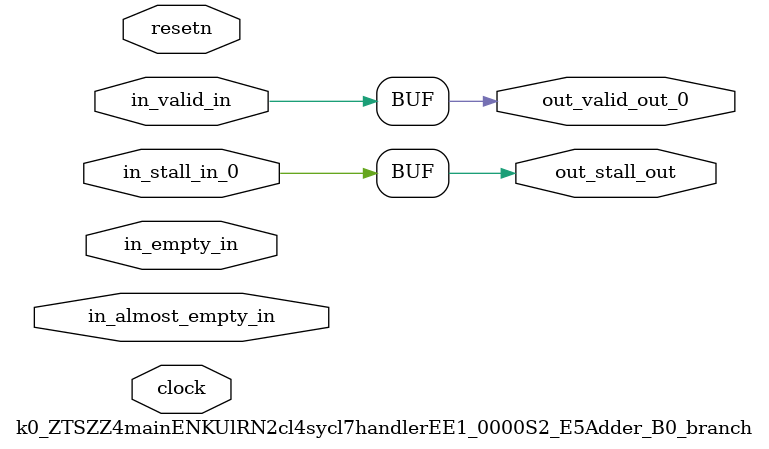
<source format=sv>



(* altera_attribute = "-name AUTO_SHIFT_REGISTER_RECOGNITION OFF; -name MESSAGE_DISABLE 10036; -name MESSAGE_DISABLE 10037; -name MESSAGE_DISABLE 14130; -name MESSAGE_DISABLE 14320; -name MESSAGE_DISABLE 15400; -name MESSAGE_DISABLE 14130; -name MESSAGE_DISABLE 10036; -name MESSAGE_DISABLE 12020; -name MESSAGE_DISABLE 12030; -name MESSAGE_DISABLE 12010; -name MESSAGE_DISABLE 12110; -name MESSAGE_DISABLE 14320; -name MESSAGE_DISABLE 13410; -name MESSAGE_DISABLE 113007; -name MESSAGE_DISABLE 10958" *)
module k0_ZTSZZ4mainENKUlRN2cl4sycl7handlerEE1_0000S2_E5Adder_B0_branch (
    input wire [0:0] in_almost_empty_in,
    input wire [0:0] in_empty_in,
    input wire [0:0] in_stall_in_0,
    input wire [0:0] in_valid_in,
    output wire [0:0] out_stall_out,
    output wire [0:0] out_valid_out_0,
    input wire clock,
    input wire resetn
    );

    reg [0:0] rst_sync_rst_sclrn;


    // out_stall_out(GPOUT,6)
    assign out_stall_out = in_stall_in_0;

    // out_valid_out_0(GPOUT,7)
    assign out_valid_out_0 = in_valid_in;

    // rst_sync(RESETSYNC,8)
    acl_reset_handler #(
        .ASYNC_RESET(0),
        .USE_SYNCHRONIZER(1),
        .PULSE_EXTENSION(0),
        .PIPE_DEPTH(3),
        .DUPLICATE(1)
    ) therst_sync (
        .clk(clock),
        .i_resetn(resetn),
        .o_sclrn(rst_sync_rst_sclrn)
    );

endmodule

</source>
